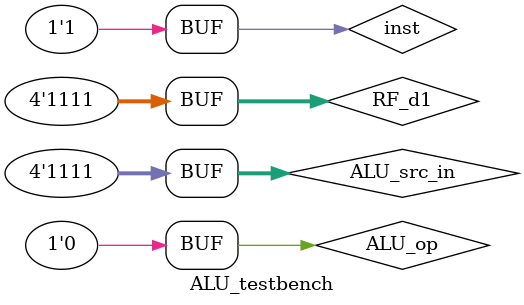
<source format=sv>
`timescale 1ns / 1ps


module ALU_testbench();

    logic[3:0] RF_d1;
    logic[3:0] ALU_src_in;

    logic inst;
    logic ALU_op;

    logic[3:0] ALU_out;
    logic EQ;

    ALU dut (RF_d1, ALU_src_in, inst, ALU_op, ALU_out, EQ);

    initial begin
        for( int i = 0; i < 1023; i++ )
            begin
                {RF_d1,ALU_src_in,inst,ALU_op} = i; #10;
            end
    end
    
endmodule

</source>
